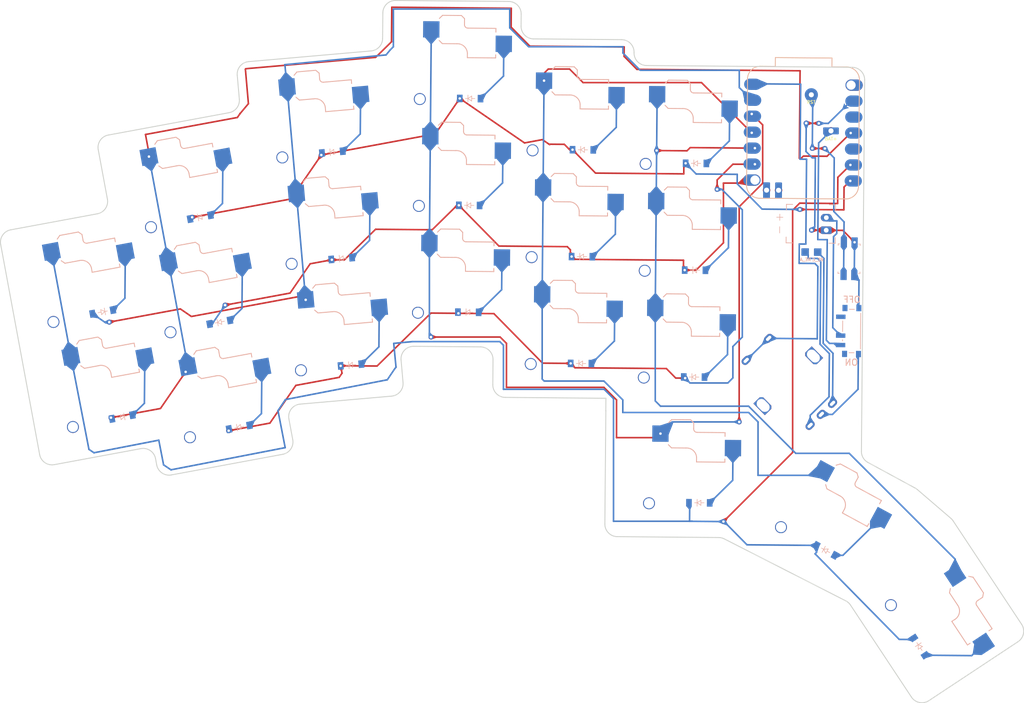
<source format=kicad_pcb>
(kicad_pcb (version 20241229) (generator "pcbnew") (generator_version "9.0")
  (title_block (title "left") (date "2025-12-23") (rev "v1.0.0") (company "Unknown"))
  (layers (0 "F.Cu" signal) (2 "B.Cu" signal) (13 "F.Paste" user) (15 "B.Paste" user) (5 "F.SilkS" user "F.Silkscreen") (7 "B.SilkS" user "B.Silkscreen") (1 "F.Mask" user) (3 "B.Mask" user) (25 "Edge.Cuts" user))
  (net 0 "")
  (net 1 "P0")
  (net 2 "pinky_bottom")
  (net 3 "GND")
  (net 4 "pinky_home")
  (net 5 "pinky_top")
  (net 6 "P1")
  (net 7 "ring_bottom")
  (net 8 "ring_home")
  (net 9 "ring_top")
  (net 10 "P2")
  (net 11 "middle_bottom")
  (net 12 "middle_home")
  (net 13 "middle_top")
  (net 14 "P3")
  (net 15 "index_bottom")
  (net 16 "index_home")
  (net 17 "index_top")
  (net 18 "P4")
  (net 19 "inner_bottom")
  (net 20 "inner_home")
  (net 21 "inner_top")
  (net 22 "near_thumb")
  (net 23 "home_thumb")
  (net 24 "far_thumb")
  (net 25 "P8")
  (net 26 "pinky2_extra1")
  (net 27 "pinky2_extra2")
  (net 28 "P5")
  (net 29 "P6")
  (net 30 "P7")
  (net 31 "RST")
  (net 32 "BAT_P")
  (net 33 "RAW")
  (net 34 "RE_A")
  (net 35 "RE_C")
  (net 36 "P10")
  (footprint "ceoloide:rotary_encoder_ec11_ec12" (layer "F.Cu") (at 171.80641 73.948598 44.5)
    (property "Reference" "RE1" (hide yes))
    (property "Value" "")
  )
  (footprint "temp:xiao-pogo-rev" (layer "F.Cu") (at 174.151037 34.467557 -0.5)
    (property "Reference" "U?" (hide yes))
    (property "Value" "xiao-ble-thruhole" (hide yes))
  )
  (footprint "ceoloide:switch_choc_v1_v2" (layer "B.Cu") (at 97.375322 49.78376 5)
    (property "Reference" "S5" (hide yes))
    (property "Value" "")
  )
  (footprint "ceoloide:switch_choc_v1_v2" (layer "B.Cu") (at 135.901032 66.176792 -0.5)
    (property "Reference" "S10" (hide yes))
    (property "Value" "")
  )
  (footprint "ceoloide:diode_tht_sod123" (layer "B.Cu") (at 157.135847 39.361081 -0.5)
    (property "Reference" "D15" (hide yes))
    (property "Value" "")
  )
  (footprint "ceoloide:switch_choc_v1_v2" (layer "B.Cu") (at 74.458461 43.539572 10.5)
    (property "Reference" "S3" (hide yes))
    (property "Value" "")
  )
  (footprint "ceoloide:diode_tht_sod123" (layer "B.Cu") (at 157.664579 93.367753 -0.5)
    (property "Reference" "D16" (hide yes))
    (property "Value" "")
  )
  (footprint "ceoloide:switch_choc_v1_v2" (layer "B.Cu") (at 195.181526 110.984676 -56.5)
    (property "Reference" "S18" (hide yes))
    (property "Value" "")
  )
  (footprint "ceoloide:switch_choc_v1_v2" (layer "B.Cu") (at 153.882898 68.333798 -0.5)
    (property "Reference" "S13" (hide yes))
    (property "Value" "")
  )
  (footprint "ceoloide:switch_choc_v1_v2" (layer "B.Cu") (at 154.708324 88.341764 -0.5)
    (property "Reference" "S16" (hide yes))
    (property "Value" "")
  )
  (footprint "ceoloide:switch_choc_v1_v2" (layer "B.Cu") (at 62.044706 75.334212 10.5)
    (property "Reference" "S19" (hide yes))
    (property "Value" "")
  )
  (footprint "ceoloide:switch_choc_v1_v2" (layer "B.Cu") (at 118.268229 24.021311 -0.5)
    (property "Reference" "S9" (hide yes))
    (property "Value" "")
  )
  (footprint "ceoloide:switch_choc_v1_v2" (layer "B.Cu") (at 177.500002 95.110671 -28.5)
    (property "Reference" "S17" (hide yes))
    (property "Value" "")
  )
  (footprint "ceoloide:diode_tht_sod123" (layer "B.Cu") (at 65.905645 79.703778 10.5)
    (property "Reference" "D19" (hide yes))
    (property "Value" "")
  )
  (footprint "ceoloide:diode_tht_sod123" (layer "B.Cu") (at 192.667911 116.246017 -56.5)
    (property "Reference" "D18" (hide yes))
    (property "Value" "")
  )
  (footprint "ceoloide:switch_choc_v1_v2" (layer "B.Cu") (at 136.049383 49.177443 -0.5)
    (property "Reference" "S11" (hide yes))
    (property "Value" "")
  )
  (footprint "ceoloide:switch_choc_v1_v2" (layer "B.Cu") (at 80.654464 76.970246 10.5)
    (property "Reference" "S1" (hide yes))
    (property "Value" "")
  )
  (footprint "ceoloide:switch_choc_v1_v2" (layer "B.Cu") (at 154.03124 51.334441 -0.5)
    (property "Reference" "S14" (hide yes))
    (property "Value" "")
  )
  (footprint "ceoloide:diode_tht_sod123" (layer "B.Cu") (at 78.319402 47.909147 10.5)
    (property "Reference" "D3" (hide yes))
    (property "Value" "")
  )
  (footprint "ceoloide:switch_choc_v1_v2" (layer "B.Cu") (at 58.946698 58.618875 10.5)
    (property "Reference" "S20" (hide yes))
    (property "Value" "")
  )
  (footprint "ceoloide:diode_tht_sod123" (layer "B.Cu") (at 121.224481 29.047306 -0.5)
    (property "Reference" "D9" (hide yes))
    (property "Value" "")
  )
  (footprint "ceoloide:diode_tht_sod123" (layer "B.Cu") (at 102.281326 71.43857 5)
    (property "Reference" "D4" (hide yes))
    (property "Value" "")
  )
  (footprint "ceoloide:diode_tht_sod123" (layer "B.Cu") (at 156.839144 73.359785 -0.5)
    (property "Reference" "D13" (hide yes))
    (property "Value" "")
  )
  (footprint "ceoloide:switch_choc_v1_v2" (layer "B.Cu") (at 95.893673 32.848449 5)
    (property "Reference" "S6" (hide yes))
    (property "Value" "")
  )
  (footprint "ceoloide:switch_choc_v1_v2" (layer "B.Cu") (at 77.556469 60.254908 10.5)
    (property "Reference" "S2" (hide yes))
    (property "Value" "")
  )
  (footprint "ceoloide:diode_tht_sod123" (layer "B.Cu") (at 99.318036 37.567951 5)
    (property "Reference" "D6" (hide yes))
    (property "Value" "")
  )
  (footprint "ceoloide:diode_tht_sod123" (layer "B.Cu") (at 81.417409 64.624477 10.5)
    (property "Reference" "D2" (hide yes))
    (property "Value" "")
  )
  (footprint "ceoloide:diode_tht_sod123" (layer "B.Cu") (at 84.515409 81.339815 10.5)
    (property "Reference" "D1" (hide yes))
    (property "Value" "")
  )
  (footprint "ceoloide:power_switch_smd_side" (layer "B.Cu") (at 181.87584 66.036164 -0.5)
    (property "Reference" "PWR1" (hide yes))
    (property "Value" "")
  )
  (footprint "ceoloide:battery_connector_jst_ph_2" (layer "B.Cu") (at 177.849349 49.000378 -90.5)
    (property "Reference" "JST1" (hide yes))
    (property "Value" "")
  )
  (footprint "ceoloide:switch_choc_v1_v2" (layer "B.Cu") (at 154.179599 34.335091 -0.5)
    (property "Reference" "S15" (hide yes))
    (property "Value" "")
  )
  (footprint "ceoloide:diode_tht_sod123" (layer "B.Cu") (at 100.799679 54.503262 5)
    (property "Reference" "D5" (hide yes))
    (property "Value" "")
  )
  (footprint "ceoloide:diode_tht_sod123" (layer "B.Cu") (at 156.987499 56.360431 -0.5)
    (property "Reference" "D14" (hide yes))
    (property "Value" "")
  )
  (footprint "ceoloide:diode_tht_sod123" (layer "B.Cu") (at 139.153987 37.204074 -0.5)
    (property "Reference" "D12" (hide yes))
    (property "Value" "")
  )
  (footprint "ceoloide:diode_tht_sod123" (layer "B.Cu") (at 139.005636 54.203427 -0.5)
    (property "Reference" "D11" (hide yes))
    (property "Value" "")
  )
  (footprint "ceoloide:diode_tht_sod123" (layer "B.Cu") (at 62.807641 62.988446 10.5)
    (property "Reference" "D20" (hide yes))
    (property "Value" "")
  )
  (footprint "ceoloide:switch_choc_v1_v2" (layer "B.Cu") (at 117.971526 58.020017 -0.5)
    (property "Reference" "S7" (hide yes))
    (property "Value" "")
  )
  (footprint "ceoloide:reset_switch_smd_side" (layer "B.Cu") (at 181.476216 54.532241 -90.5)
    (property "Reference" "RST1" (hide yes))
    (property "Value" "")
  )
  (footprint "ceoloide:switch_choc_v1_v2" (layer "B.Cu") (at 98.856965 66.719072 5)
    (property "Reference" "S4" (hide yes))
    (property "Value" "")
  )
  (footprint "ceoloide:switch_choc_v1_v2" (layer "B.Cu") (at 118.119881 41.020671 -0.5)
    (property "Reference" "S8" (hide yes))
    (property "Value" "")
  )
  (footprint "ceoloide:diode_tht_sod123" (layer "B.Cu") (at 138.857286 71.202778 -0.5)
    (property "Reference" "D10" (hide yes))
    (property "Value" "")
  )
  (footprint "ceoloide:switch_choc_v1_v2" (layer "B.Cu") (at 136.197736 32.178086 -0.5)
    (property "Reference" "S12" (hide yes))
    (property "Value" "")
  )
  (footprint "ceoloide:diode_tht_sod123" (layer "B.Cu") (at 120.927784 63.046003 -0.5)
    (property "Reference" "D7" (hide yes))
    (property "Value" "")
  )
  (footprint "ceoloide:diode_tht_sod123" (layer "B.Cu") (at 121.076128 46.046655 -0.5)
    (property "Reference" "D8" (hide yes))
    (property "Value" "")
  )
  (footprint "ceoloide:diode_tht_sod123" (layer "B.Cu") (at 177.750659 100.936232 -28.5)
    (property "Reference" "D17" (hide yes))
    (property "Value" "")
  )
  (gr_poly (pts (xy 175.989518 52.984302) (xy 176.989479 52.993028) (xy 176.980749 53.992993) (xy 175.980784 53.984265)) (stroke (width 0.2)) (fill yes) (layers "B.Cu" "B.Mask") (net 35))
  (gr_poly (pts (xy 173.989593 52.966852) (xy 174.989555 52.97558) (xy 174.980825 53.975537) (xy 173.980868 53.966812)) (stroke (width 0.2)) (fill yes) (layers "B.Cu" "B.Mask") (net 34))
  (gr_arc (start 126.809746 76.597855) (mid 125.400752 75.999716) (end 124.827275 74.580477) (stroke (width 0.15)) (layer "Edge.Cuts"))
  (gr_arc (start 84.194701 25.339504) (mid 84.655006 23.879617) (end 86.012786 23.172808) (stroke (width 0.15)) (layer "Edge.Cuts"))
  (gr_line (start 180.945397 108.968685) (end 161.636557 99.113382) (stroke (width 0.15)) (layer "Edge.Cuts"))
  (gr_line (start 183.437017 85.178962) (end 183.952643 26.094591) (stroke (width 0.15)) (layer "Edge.Cuts"))
  (gr_arc (start 160.744788 98.894836) (mid 161.203382 98.952248) (end 161.636557 99.113382) (stroke (width 0.15)) (layer "Edge.Cuts"))
  (gr_line (start 94.199878 77.666619) (end 108.737854 76.39471) (stroke (width 0.15)) (layer "Edge.Cuts"))
  (gr_arc (start 131.307691 19.555931) (mid 129.898678 18.957808) (end 129.325221 17.538558) (stroke (width 0.15)) (layer "Edge.Cuts"))
  (gr_arc (start 62.093655 37.186499) (mid 62.4119 35.689214) (end 63.69569 34.855517) (stroke (width 0.15)) (layer "Edge.Cuts"))
  (gr_line (start 73.718651 88.934537) (end 91.417236 85.6543) (stroke (width 0.15)) (layer "Edge.Cuts"))
  (gr_arc (start 145.307167 19.678104) (mid 146.716225 20.276187) (end 147.289626 21.695481) (stroke (width 0.15)) (layer "Edge.Cuts"))
  (gr_line (start 127.359517 13.600255) (end 109.360206 13.443181) (stroke (width 0.15)) (layer "Edge.Cuts"))
  (gr_arc (start 127.359517 13.600255) (mid 128.768532 14.198382) (end 129.341991 15.617634) (stroke (width 0.15)) (layer "Edge.Cuts"))
  (gr_line (start 142.801683 78.737487) (end 142.644599 96.736806) (stroke (width 0.15)) (layer "Edge.Cuts"))
  (gr_arc (start 191.990078 91.030262) (mid 192.170741 91.141149) (end 192.338666 91.270518) (stroke (width 0.15)) (layer "Edge.Cuts"))
  (gr_line (start 124.862187 70.580624) (end 124.827275 74.580477) (stroke (width 0.15)) (layer "Edge.Cuts"))
  (gr_line (start 191.990078 91.030262) (end 184.482628 86.954047) (stroke (width 0.15)) (layer "Edge.Cuts"))
  (gr_line (start 126.809746 76.597855) (end 142.809141 76.737482) (stroke (width 0.15)) (layer "Edge.Cuts"))
  (gr_line (start 208.904761 112.694314) (end 198.019673 96.248743) (stroke (width 0.15)) (layer "Edge.Cuts"))
  (gr_line (start 63.69569 34.855517) (end 82.900619 31.296096) (stroke (width 0.15)) (layer "Edge.Cuts"))
  (gr_arc (start 55.108876 87.298507) (mid 53.611629 86.980207) (end 52.7779 85.696465) (stroke (width 0.15)) (layer "Edge.Cuts"))
  (gr_line (start 71.205425 86.349248) (end 71.387663 87.332503) (stroke (width 0.15)) (layer "Edge.Cuts"))
  (gr_line (start 110.555928 74.228006) (end 110.242432 70.644745) (stroke (width 0.15)) (layer "Edge.Cuts"))
  (gr_arc (start 184.482628 86.954047) (mid 183.713702 86.211479) (end 183.437017 85.178962) (stroke (width 0.15)) (layer "Edge.Cuts"))
  (gr_line (start 112.252276 68.470504) (end 122.879705 68.563254) (stroke (width 0.15)) (layer "Edge.Cuts"))
  (gr_line (start 194.164807 124.848885) (end 208.340864 115.465956) (stroke (width 0.15)) (layer "Edge.Cuts"))
  (gr_line (start 61.9495 47.383519) (end 48.183936 49.934822) (stroke (width 0.15)) (layer "Edge.Cuts"))
  (gr_arc (start 84.528541 29.155282) (mid 84.128118 30.540141) (end 82.900619 31.296096) (stroke (width 0.15)) (layer "Edge.Cuts"))
  (gr_arc (start 180.945397 108.968685) (mid 181.368441 109.258432) (end 181.703953 109.646189) (stroke (width 0.15)) (layer "Edge.Cuts"))
  (gr_line (start 107.342827 15.425644) (end 107.30732 19.494557) (stroke (width 0.15)) (layer "Edge.Cuts"))
  (gr_line (start 144.627076 98.754181) (end 160.744788 98.894836) (stroke (width 0.15)) (layer "Edge.Cuts"))
  (gr_arc (start 46.581891 52.265801) (mid 46.900139 50.768519) (end 48.183936 49.934822) (stroke (width 0.15)) (layer "Edge.Cuts"))
  (gr_arc (start 93.019275 83.323314) (mid 92.701027 84.820622) (end 91.417236 85.6543) (stroke (width 0.15)) (layer "Edge.Cuts"))
  (gr_arc (start 110.555928 74.228006) (mid 110.09566 75.687926) (end 108.737854 76.39471) (stroke (width 0.15)) (layer "Edge.Cuts"))
  (gr_arc (start 181.970163 24.077217) (mid 183.379225 24.675321) (end 183.952643 26.094591) (stroke (width 0.15)) (layer "Edge.Cuts"))
  (gr_line (start 142.791683 78.7374) (end 142.801683 78.737487) (stroke (width 0.15)) (layer "Edge.Cuts"))
  (gr_arc (start 73.718651 88.934537) (mid 72.221336 88.616316) (end 71.387663 87.332503) (stroke (width 0.15)) (layer "Edge.Cuts"))
  (gr_line (start 147.289626 21.695481) (end 147.288942 21.77448) (stroke (width 0.15)) (layer "Edge.Cuts"))
  (gr_arc (start 110.242432 70.644745) (mid 110.7662 69.112851) (end 112.252276 68.470504) (stroke (width 0.15)) (layer "Edge.Cuts"))
  (gr_arc (start 194.164807 124.848885) (mid 192.662178 125.140967) (end 191.393154 124.284988) (stroke (width 0.15)) (layer "Edge.Cuts"))
  (gr_line (start 93.019275 83.323314) (end 92.407688 80.023473) (stroke (width 0.15)) (layer "Edge.Cuts"))
  (gr_line (start 84.194701 25.339504) (end 84.528541 29.155282) (stroke (width 0.15)) (layer "Edge.Cuts"))
  (gr_line (start 62.093655 37.186499) (end 63.551533 45.052541) (stroke (width 0.15)) (layer "Edge.Cuts"))
  (gr_line (start 46.581891 52.265801) (end 52.777902 85.696462) (stroke (width 0.15)) (layer "Edge.Cuts"))
  (gr_line (start 86.012786 23.172808) (end 105.48171 21.469496) (stroke (width 0.15)) (layer "Edge.Cuts"))
  (gr_line (start 145.307167 19.678104) (end 131.307691 19.555931) (stroke (width 0.15)) (layer "Edge.Cuts"))
  (gr_line (start 149.271418 23.791859) (end 181.970163 24.077217) (stroke (width 0.15)) (layer "Edge.Cuts"))
  (gr_line (start 181.703953 109.646189) (end 191.393154 124.284988) (stroke (width 0.15)) (layer "Edge.Cuts"))
  (gr_line (start 55.108876 87.298507) (end 68.874449 84.747208) (stroke (width 0.15)) (layer "Edge.Cuts"))
  (gr_arc (start 149.271418 23.791859) (mid 147.862376 23.193745) (end 147.288942 21.77448) (stroke (width 0.15)) (layer "Edge.Cuts"))
  (gr_arc (start 92.407688 80.023473) (mid 92.78219 78.448416) (end 94.199878 77.666619) (stroke (width 0.15)) (layer "Edge.Cuts"))
  (gr_arc (start 144.627076 98.754181) (mid 143.218054 98.156055) (end 142.644599 96.736806) (stroke (width 0.15)) (layer "Edge.Cuts"))
  (gr_line (start 142.809141 76.737482) (end 142.791683 78.7374) (stroke (width 0.15)) (layer "Edge.Cuts"))
  (gr_arc (start 208.904761 112.694314) (mid 209.196849 114.196927) (end 208.340864 115.465956) (stroke (width 0.15)) (layer "Edge.Cuts"))
  (gr_arc (start 107.342827 15.425644) (mid 107.940902 14.016551) (end 109.360206 13.443181) (stroke (width 0.15)) (layer "Edge.Cuts"))
  (gr_line (start 129.325221 17.538558) (end 129.341991 15.617634) (stroke (width 0.15)) (layer "Edge.Cuts"))
  (gr_arc (start 68.874449 84.747208) (mid 70.371739 85.065472) (end 71.205425 86.349248) (stroke (width 0.15)) (layer "Edge.Cuts"))
  (gr_arc (start 63.551533 45.052541) (mid 63.233297 46.549834) (end 61.9495 47.383519) (stroke (width 0.15)) (layer "Edge.Cuts"))
  (gr_arc (start 197.654807 95.835236) (mid 197.851568 96.029347) (end 198.019673 96.248743) (stroke (width 0.15)) (layer "Edge.Cuts"))
  (gr_arc (start 107.30732 19.494557) (mid 106.776011 20.834673) (end 105.48171 21.469496) (stroke (width 0.15)) (layer "Edge.Cuts"))
  (gr_arc (start 122.879705 68.563254) (mid 124.288753 69.161345) (end 124.862187 70.580624) (stroke (width 0.15)) (layer "Edge.Cuts"))
  (gr_line (start 192.338666 91.270518) (end 197.654807 95.835236) (stroke (width 0.15)) (layer "Edge.Cuts"))
  (gr_text "RE_A" (at 175.472084 54.979859 359.5) (layer "B.SilkS") (effects (font (size 0.5 0.5) (thickness 0.1) (bold yes)) (justify left bottom mirror)))
  (gr_text "RE_C" (at 177.472004 54.997314 359.5) (layer "B.SilkS") (effects (font (size 0.5 0.5) (thickness 0.1) (bold yes)) (justify left bottom mirror)))
  (segment (start 181.731445 34.533704) (end 177.969132 38.230926) (width 0.25) (layer "F.Cu") (net 1))
  (segment (start 64.119987 79.823291) (end 71.986029 78.365406) (width 0.25) (layer "F.Cu") (net 1))
  (segment (start 173.683017 24.629917) (end 147.730844 24.403434) (width 0.25) (layer "F.Cu") (net 1))
  (segment (start 128.237518 18.186254) (end 127.741901 17.681907) (width 0.25) (layer "F.Cu") (net 1))
  (segment (start 127.768077 14.68202) (end 108.768801 14.516218) (width 0.25) (layer "F.Cu") (net 1))
  (segment (start 130.715604 20.707974) (end 128.237518 18.186254) (width 0.25) (layer "F.Cu") (net 1))
  (segment (start 84.216756 32.05894) (end 69.606655 34.766765) (width 0.25) (layer "F.Cu") (net 1))
  (segment (start 69.606655 34.766765) (end 70.236633 38.165799) (width 0.25) (layer "F.Cu") (net 1))
  (segment (start 85.562323 24.299583) (end 85.491161 24.384391) (width 0.25) (layer "F.Cu") (net 1))
  (segment (start 108.768801 14.516218) (end 108.720804 20.016013) (width 0.25) (layer "F.Cu") (net 1))
  (segment (start 145.701943 22.338814) (end 145.715031 20.838871) (width 0.25) (layer "F.Cu") (net 1))
  (segment (start 177.969132 38.230926) (end 174.22013 38.198208) (width 0.25) (layer "F.Cu") (net 1))
  (segment (start 84.681697 31.39942) (end 84.668332 31.401896) (width 0.25) (layer "F.Cu") (net 1))
  (segment (start 70.236633 38.165799) (end 70.154 38.286037) (width 0.25) (layer "F.Cu") (net 1))
  (segment (start 106.199083 22.494098) (end 85.562323 24.299583) (width 0.25) (layer "F.Cu") (net 1))
  (segment (start 84.668332 31.401896) (end 84.617267 31.476192) (width 0.25) (layer "F.Cu") (net 1))
  (segment (start 147.730844 24.403434) (end 145.701943 22.338814) (width 0.25) (layer "F.Cu") (net 1))
  (segment (start 174.22013 38.198208) (end 173.71579 38.693824) (width 0.25) (layer "F.Cu") (net 1))
  (segment (start 85.97052 29.863457) (end 84.681697 31.39942) (width 0.25) (layer "F.Cu") (net 1))
  (segment (start 127.741901 17.681907) (end 127.768077 14.68202) (width 0.25) (layer "F.Cu") (net 1))
  (segment (start 173.56165 38.536969) (end 173.683017 24.629917) (width 0.25) (layer "F.Cu") (net 1))
  (segment (start 84.617267 31.476192) (end 84.216756 32.05894) (width 0.25) (layer "F.Cu") (net 1))
  (segment (start 71.986029 78.365406) (end 75.991127 72.537959) (width 0.25) (layer "F.Cu") (net 1))
  (segment (start 85.491161 24.384391) (end 85.97052 29.863457) (width 0.25) (layer "F.Cu") (net 1))
  (segment (start 145.715031 20.838871) (end 130.715604 20.707974) (width 0.25) (layer "F.Cu") (net 1))
  (segment (start 84.617267 31.476192) (end 84.606954 31.488483) (width 0.25) (layer "F.Cu") (net 1))
  (segment (start 108.720804 20.016013) (end 106.199083 22.494098) (width 0.25) (layer "F.Cu") (net 1))
  (segment (start 173.71579 38.693824) (end 173.56165 38.536969) (width 0.25) (layer "F.Cu") (net 1))
  (via (at 64.119987 79.823291) (size 0.8) (drill 0.4) (layers "F.Cu" "B.Cu") (net 1))
  (via (at 181.731445 34.533704) (size 0.8) (drill 0.4) (layers "F.Cu" "B.Cu") (net 1))
  (via (at 75.991127 72.537959) (size 0.8) (drill 0.4) (layers "F.Cu" "B.Cu") (net 1))
  (via (at 70.154 38.286037) (size 0.8) (drill 0.4) (layers "F.Cu" "B.Cu") (net 1))
  (segment (start 73.252005 55.001365) (end 73.252001 55.001366) (width 0.25) (layer "B.Cu") (net 1))
  (segment (start 70.153995 38.286035) (end 73.252005 55.001365) (width 0.25) (layer "B.Cu") (net 1))
  (segment (start 73.251999 55.001369) (end 73.252001 55.001366) (width 0.25) (layer "B.Cu") (net 1))
  (segment (start 181.731448 34.533707) (end 181.731445 34.533704) (width 0.25) (layer "B.Cu") (net 1))
  (segment (start 181.731448 34.533714) (end 181.731448 34.533707) (width 0.25) (layer "B.Cu") (net 1))
  (segment (start 64.283273 80.004463) (end 64.268629 79.925452) (width 0.25) (layer "B.Cu") (net 1))
  (segment (start 64.268629 79.925452) (end 64.119987 79.823291) (width 0.25) (layer "B.Cu") (net 1))
  (segment (start 76.35001 71.716702) (end 73.251999 55.001369) (width 0.25) (layer "B.Cu") (net 1))
  (segment (start 88.043009 79.166862) (end 86.137785 81.039121) (width 0.25) (layer "B.Cu") (net 2))
  (segment (start 88.107515 71.775034) (end 88.043009 79.166862) (width 0.25) (layer "B.Cu") (net 2))
  (segment (start 180.490523 50.023467) (end 177.840621 50.000349) (width 0.25) (layer "F.Cu") (net 3))
  (segment (start 182.349088 51.914757) (end 180.490523 50.023467) (width 0.25) (layer "F.Cu") (net 3))
  (segment (start 175.515712 49.980048) (end 177.840621 50.000349) (width 0.25) (layer "F.Cu") (net 3))
  (segment (start 176.664027 32.989428) (end 174.664097 32.971972) (width 0.25) (layer "F.Cu") (net 3))
  (via (at 175.515712 49.980048) (size 0.8) (drill 0.4) (layers "F.Cu" "B.Cu") (net 3))
  (via (at 175.515712 49.980048) (size 0.8) (drill 0.4) (layers "F.Cu" "B.Cu") (net 3))
  (via (at 182.349088 51.914757) (size 0.8) (drill 0.4) (layers "F.Cu" "B.Cu") (net 3))
  (via (at 174.664097 32.971972) (size 0.8) (drill 0.4) (layers "F.Cu" "B.Cu") (net 3))
  (via (at 174.664097 32.971972) (size 0.8) (drill 0.4) (layers "F.Cu" "B.Cu") (net 3))
  (via (at 174.664097 32.971972) (size 0.8) (drill 0.4) (layers "F.Cu" "B.Cu") (net 3))
  (via (at 176.664027 32.989428) (size 0.8) (drill 0.4) (layers "F.Cu" "B.Cu") (net 3))
  (via (at 175.515712 49.980048) (size 0.8) (drill 0.4) (layers "F.Cu" "B.Cu") (net 3))
  (segment (start 182.898128 75.30888) (end 182.947112 69.695659) (width 0.25) (layer "B.Cu") (net 3))
  (segment (start 175.616073 38.480493) (end 176.116043 38.484851) (width 0.25) (layer "B.Cu") (net 3))
  (segment (start 177.063229 79.297978) (end 178.823169 79.313336) (width 0.25) (layer "B.Cu") (net 3))
  (segment (start 182.349088 51.914757) (end 182.303274 57.164557) (width 0.25) (layer "B.Cu") (net 3))
  (segment (start 176.116043 38.484851) (end 176.020061 49.484443) (width 0.25) (layer "B.Cu") (net 3))
  (segment (start 174.624833 37.471805) (end 175.616073 38.480493) (width 0.25) (layer "B.Cu") (net 3))
  (segment (start 178.164668 33.002524) (end 176.664027 32.989428) (width 0.25) (layer "B.Cu") (net 3))
  (segment (start 183.049845 57.924271) (end 183.010823 62.39593) (width 0.25) (layer "B.Cu") (net 3))
  (segment (start 174.664097 32.971972) (end 174.624833 37.471805) (width 0.25) (layer "B.Cu") (net 3))
  (segment (start 178.823169 79.313336) (end 182.898128 75.30888) (width 0.25) (layer "B.Cu") (net 3))
  (segment (start 176.020061 49.484443) (end 175.515712 49.980048) (width 0.25) (layer "B.Cu") (net 3))
  (segment (start 182.303274 57.164557) (end 183.049845 57.924271) (width 0.25) (layer "B.Cu") (net 3))
  (segment (start 181.775771 29.453903) (end 178.164668 33.002524) (width 0.25) (layer "B.Cu") (net 3))
  (segment (start 84.945006 62.451531) (end 83.039784 64.323791) (width 0.25) (layer "B.Cu") (net 4))
  (segment (start 85.009515 55.059705) (end 84.945006 62.451531) (width 0.25) (layer "B.Cu") (net 4))
  (segment (start 81.846996 45.736194) (end 79.94177 47.608462) (width 0.25) (layer "B.Cu") (net 5))
  (segment (start 81.911515 38.344375) (end 81.846996 45.736194) (width 0.25) (layer "B.Cu") (net 5))
  (segment (start 75.152022 62.523174) (end 76.900257 63.724702) (width 0.25) (layer "F.Cu") (net 6))
  (segment (start 63.844592 64.618879) (end 75.152022 62.523174) (width 0.25) (layer "F.Cu") (net 6))
  (segment (start 76.900257 63.724702) (end 94.249503 60.50921) (width 0.25) (layer "F.Cu") (net 6))
  (segment (start 94.249503 60.50921) (end 95.075851 61.077142) (width 0.25) (layer "F.Cu") (net 6))
  (via (at 95.075851 61.077142) (size 0.8) (drill 0.4) (layers "F.Cu" "B.Cu") (net 6))
  (via (at 63.844592 64.618879) (size 0.8) (drill 0.4) (layers "F.Cu" "B.Cu") (net 6))
  (segment (start 108.520771 21.303705) (end 107.85838 22.107249) (width 0.25) (layer "B.Cu") (net 6))
  (segment (start 109.020772 14.803704) (end 127.520769 14.803704) (width 0.25) (layer "B.Cu") (net 6))
  (segment (start 164.018651 27.301585) (end 164.018652 24.546581) (width 0.25) (layer "B.Cu") (net 6))
  (segment (start 93.594205 44.141831) (end 93.594205 44.141836) (width 0.25) (layer "B.Cu") (net 6))
  (segment (start 94.467225 42.962019) (end 93.594206 44.141835) (width 0.25) (layer "B.Cu") (net 6))
  (segment (start 95.075845 61.077145) (end 93.594201 44.141837) (width 0.25) (layer "B.Cu") (net 6))
  (segment (start 63.27395 64.724644) (end 63.844592 64.618879) (width 0.25) (layer "B.Cu") (net 6))
  (segment (start 61.185266 63.28913) (end 63.27395 64.724644) (width 0.25) (layer "B.Cu") (net 6))
  (segment (start 166.614957 29.3216) (end 166.038666 29.3216) (width 0.25) (layer "B.Cu") (net 6))
  (segment (start 130.52077 20.803704) (end 127.520772 17.803705) (width 0.25) (layer "B.Cu") (net 6))
  (segment (start 127.520769 14.803704) (end 127.52077 14.803705) (width 0.25) (layer "B.Cu") (net 6))
  (segment (start 92.112556 27.206523) (end 92.098552 27.741119) (width 0.25) (layer "B.Cu") (net 6))
  (segment (start 109.020772 14.803704) (end 109.020771 20.803705) (width 0.25) (layer "B.Cu") (net 6))
  (segment (start 107.85838 22.107249) (end 91.752283 23.658089) (width 0.25) (layer "B.Cu") (net 6))
  (segment (start 148.263648 24.54658) (end 145.520771 21.803705) (width 0.25) (layer "B.Cu") (net 6))
  (segment (start 145.52077 20.803705) (end 130.52077 20.803704) (width 0.25) (layer "B.Cu") (net 6))
  (segment (start 145.520771 21.803705) (end 145.52077 20.803705) (width 0.25) (layer "B.Cu") (net 6))
  (segment (start 91.772481 23.67474) (end 92.112554 27.206525) (width 0.25) (layer "B.Cu") (net 6))
  (segment (start 164.018652 24.546581) (end 148.263648 24.54658) (width 0.25) (layer "B.Cu") (net 6))
  (segment (start 109.020771 20.803705) (end 108.520771 21.303705) (width 0.25) (layer "B.Cu") (net 6))
  (segment (start 91.752283 23.658089) (end 91.772481 23.67474) (width 0.25) (layer "B.Cu") (net 6))
  (segment (start 92.098552 27.741119) (end 91.888309 27.940633) (width 0.25) (layer "B.Cu") (net 6))
  (segment (start 166.038666 29.3216) (end 164.018651 27.301585) (width 0.25) (layer "B.Cu") (net 6))
  (segment (start 127.520772 17.803705) (end 127.52077 14.803705) (width 0.25) (layer "B.Cu") (net 6))
  (segment (start 93.594201 44.141837) (end 93.594205 44.141836) (width 0.25) (layer "B.Cu") (net 6))
  (segment (start 92.112556 27.206523) (end 93.594205 44.141831) (width 0.25) (layer "B.Cu") (net 6))
  (segment (start 106.773643 62.262129) (end 106.769398 62.748346) (width 0.25) (layer "B.Cu") (net 7))
  (segment (start 106.769398 62.748346) (end 106.900512 62.881771) (width 0.25) (layer "B.Cu") (net 7))
  (segment (start 106.773643 62.262129) (end 106.71877 68.549382) (width 0.25) (layer "B.Cu") (net 7))
  (segment (start 106.71877 68.549382) (end 103.92505 71.294768) (width 0.25) (layer "B.Cu") (net 7))
  (segment (start 105.291995 45.326815) (end 105.237126 51.614069) (width 0.25) (layer "B.Cu") (net 8))
  (segment (start 105.237126 51.614069) (end 102.443399 54.359459) (width 0.25) (layer "B.Cu") (net 8))
  (segment (start 103.810348 28.391506) (end 103.755479 34.678767) (width 0.25) (layer "B.Cu") (net 9))
  (segment (start 103.755479 34.678767) (end 100.961765 37.424141) (width 0.25) (layer "B.Cu") (net 9))
  (segment (start 151.5 82.37804) (end 151.485374 82.363414) (width 0.25) (layer "F.Cu") (net 10))
  (segment (start 144.5 77) (end 144.5 83) (width 0.25) (layer "F.Cu") (net 10))
  (segment (start 151.5 82.5) (end 151.5 82.37804) (width 0.25) (layer "F.Cu") (net 10))
  (segment (start 125.993789 66.993789) (end 127 68) (width 0.25) (layer "F.Cu") (net 10))
  (segment (start 167.734512 33.234512) (end 166.361506 31.861506) (width 0.25) (layer "F.Cu") (net 10))
  (segment (start 115 66.993789) (end 125.993789 66.993789) (width 0.25) (layer "F.Cu") (net 10))
  (segment (start 164 46.265275) (end 167.734512 42.530763) (width 0.25) (layer "F.Cu") (net 10))
  (segment (start 166.361506 31.861506) (end 166 31.5) (width 0.25) (layer "F.Cu") (net 10))
  (segment (start 127 68) (end 127 75) (width 0.25) (layer "F.Cu") (net 10))
  (segment (start 127 75) (end 142.5 75) (width 0.25) (layer "F.Cu") (net 10))
  (segment (start 144.5 83) (end 151 83) (width 0.25) (layer "F.Cu") (net 10))
  (segment (start 164 80.5) (end 164 46.265275) (width 0.25) (layer "F.Cu") (net 10))
  (segment (start 142.5 75) (end 144.5 77) (width 0.25) (layer "F.Cu") (net 10))
  (segment (start 151 83) (end 151.5 82.5) (width 0.25) (layer "F.Cu") (net 10))
  (segment (start 167.734512 42.530763) (end 167.734512 33.234512) (width 0.25) (layer "F.Cu") (net 10))
  (via (at 115 66.993789) (size 0.8) (drill 0.4) (layers "F.Cu" "B.Cu") (net 10))
  (via (at 166 31.5) (size 0.8) (drill 0.4) (layers "F.Cu" "B.Cu") (net 10))
  (via (at 151.485374 82.363414) (size 0.8) (drill 0.4) (layers "F.Cu" "B.Cu") (net 10))
  (via (at 164 80.5) (size 0.8) (drill 0.4) (layers "F.Cu" "B.Cu") (net 10))
  (segment (start 115.045271 18.042964) (end 115.045274 18.042966) (width 0.25) (layer "B.Cu") (net 10))
  (segment (start 114.748576 66.742365) (end 115 66.993789) (width 0.25) (layer "B.Cu") (net 10))
  (segment (start 114.896931 35.042312) (end 114.74858 52.041666) (width 0.25) (layer "B.Cu") (net 10))
  (segment (start 166.592791 31.861506) (end 166.361506 31.861506) (width 0.25) (layer "B.Cu") (net 10))
  (segment (start 114.74858 52.041666) (end 114.74858 52.041666) (width 0.25) (layer "B.Cu") (net 10))
  (segment (start 153.348788 80.5) (end 164 80.5) (width 0.25) (layer "B.Cu") (net 10))
  (segment (start 115.045274 18.042966) (end 114.896931 35.042312) (width 0.25) (layer "B.Cu") (net 10))
  (segment (start 151.485374 82.363414) (end 153.348788 80.5) (width 0.25) (layer "B.Cu") (net 10))
  (segment (start 114.748576 52.041667) (end 114.748576 66.742365) (width 0.25) (layer "B.Cu") (net 10))
  (segment (start 126.278942 54.342374) (end 126.234215 59.46718) (width 0.25) (layer "B.Cu") (net 11))
  (segment (start 126.234215 59.46718) (end 122.57772 63.060408) (width 0.25) (layer "B.Cu") (net 11))
  (segment (start 126.382566 42.467826) (end 122.726074 46.061058) (width 0.25) (layer "B.Cu") (net 12))
  (segment (start 126.427288 37.343023) (end 126.382566 42.467826) (width 0.25) (layer "B.Cu") (net 12))
  (segment (start 126.530918 25.468473) (end 122.874429 29.061701) (width 0.25) (layer "B.Cu") (net 13))
  (segment (start 126.575635 20.343675) (end 126.530918 25.468473) (width 0.25) (layer "B.Cu") (net 13))
  (segment (start 133.647689 24.352311) (end 132.5 25.5) (width 0.25) (layer "F.Cu") (net 14))
  (segment (start 139.183731 26.509316) (end 137.026726 24.352311) (width 0.25) (layer "F.Cu") (net 14))
  (segment (start 132.5 25.5) (end 132.974786 25.974786) (width 0.25) (layer "F.Cu") (net 14))
  (segment (start 158.009316 26.509316) (end 139.183731 26.509316) (width 0.25) (layer "F.Cu") (net 14))
  (segment (start 137.026726 24.352311) (end 133.647689 24.352311) (width 0.25) (layer "F.Cu") (net 14))
  (segment (start 166 34.5) (end 158.009316 26.509316) (width 0.25) (layer "F.Cu") (net 14))
  (segment (start 132.974786 25.974786) (end 132.974786 26.199736) (width 0.25) (layer "F.Cu") (net 14))
  (via (at 132.974786 26.199736) (size 0.8) (drill 0.4) (layers "F.Cu" "B.Cu") (net 14))
  (via (at 166 34.5) (size 0.8) (drill 0.4) (layers "F.Cu" "B.Cu") (net 14))
  (segment (start 145.5 77) (end 145.5 79) (width 0.25) (layer "B.Cu") (net 14))
  (segment (start 142.5 74) (end 145.5 77) (width 0.25) (layer "B.Cu") (net 14))
  (segment (start 132.678082 60.198442) (end 132.826432 43.19908) (width 0.25) (layer "B.Cu") (net 14))
  (segment (start 132.678082 73.678082) (end 133 74) (width 0.25) (layer "B.Cu") (net 14))
  (segment (start 132.974782 26.199734) (end 132.826432 43.19908) (width 0.25) (layer "B.Cu") (net 14))
  (segment (start 167 80.5) (end 167 89) (width 0.25) (layer "B.Cu") (net 14))
  (segment (start 145.5 79) (end 165.5 79) (width 0.25) (layer "B.Cu") (net 14))
  (segment (start 166.0986 34.4014) (end 166 34.5) (width 0.25) (layer "B.Cu") (net 14))
  (segment (start 165.5 79) (end 167 80.5) (width 0.25) (layer "B.Cu") (net 14))
  (segment (start 176.779983 89) (end 177.460967 88.319016) (width 0.25) (layer "B.Cu") (net 14))
  (segment (start 132.678082 60.198442) (end 132.678082 73.678082) (width 0.25) (layer "B.Cu") (net 14))
  (segment (start 167 89) (end 176.779983 89) (width 0.25) (layer "B.Cu") (net 14))
  (segment (start 133 74) (end 142.5 74) (width 0.25) (layer "B.Cu") (net 14))
  (segment (start 166.570626 34.4014) (end 166.0986 34.4014) (width 0.25) (layer "B.Cu") (net 14))
  (segment (start 144.20844 62.49915) (end 144.163716 67.623954) (width 0.25) (layer "B.Cu") (net 15))
  (segment (start 144.163716 67.623954) (end 140.507226 71.217185) (width 0.25) (layer "B.Cu") (net 15))
  (segment (start 144.312071 50.624598) (end 140.655577 54.21783) (width 0.25) (layer "B.Cu") (net 16))
  (segment (start 144.356799 45.499797) (end 144.312071 50.624598) (width 0.25) (layer "B.Cu") (net 16))
  (segment (start 144.505148 28.500446) (end 144.460417 33.625245) (width 0.25) (layer "B.Cu") (net 17))
  (segment (start 144.460417 33.625245) (end 140.803916 37.218478) (width 0.25) (layer "B.Cu") (net 17))
  (segment (start 166.548461 36.941304) (end 166.5 36.940881) (width 0.25) (layer "F.Cu") (net 18))
  (segment (start 156.224026 36.8512) (end 155.703467 37.362755) (width 0.25) (layer "F.Cu") (net 18))
  (segment (start 166.5 36.940881) (end 156.224026 36.8512) (width 0.25) (layer "F.Cu") (net 18))
  (segment (start 155.703467 37.362755) (end 150.878418 37.320652) (width 0.25) (layer "F.Cu") (net 18))
  (via (at 166.5 36.940881) (size 0.8) (drill 0.4) (layers "F.Cu" "B.Cu") (net 18))
  (via (at 150.878418 37.320652) (size 0.8) (drill 0.4) (layers "F.Cu" "B.Cu") (net 18))
  (segment (start 181.5 85.5) (end 198.335551 102.335551) (width 0.25) (layer "B.Cu") (net 18))
  (segment (start 151.5 78) (end 165.5 78) (width 0.25) (layer "B.Cu") (net 18))
  (segment (start 198.335551 102.335551) (end 198.335551 104.969676) (width 0.25) (layer "B.Cu") (net 18))
  (segment (start 150.659943 62.35544) (end 150.808289 45.35609) (width 0.25) (layer "B.Cu") (net 18))
  (segment (start 150.956643 28.356735) (end 150.878418 37.320652) (width 0.25) (layer "B.Cu") (net 18))
  (segment (start 165.5 78) (end 173 85.5) (width 0.25) (layer "B.Cu") (net 18))
  (segment (start 166.548461 36.941304) (end 166.500423 36.941304) (width 0.25) (layer "B.Cu") (net 18))
  (segment (start 166.500423 36.941304) (end 166.5 36.940881) (width 0.25) (layer "B.Cu") (net 18))
  (segment (start 150.659948 77.159948) (end 151.5 78) (width 0.25) (layer "B.Cu") (net 18))
  (segment (start 150.878418 37.320652) (end 150.808289 45.35609) (width 0.25) (layer "B.Cu") (net 18))
  (segment (start 173 85.5) (end 181.5 85.5) (width 0.25) (layer "B.Cu") (net 18))
  (segment (start 150.659948 62.355448) (end 150.659948 77.159948) (width 0.25) (layer "B.Cu") (net 18))
  (segment (start 162.14558 69.780953) (end 158.489084 73.374184) (width 0.25) (layer "B.Cu") (net 19))
  (segment (start 162.190303 64.656155) (end 162.14558 69.780953) (width 0.25) (layer "B.Cu") (net 19))
  (segment (start 162.293934 52.781603) (end 158.637436 56.374836) (width 0.25) (layer "B.Cu") (net 20))
  (segment (start 162.338655 47.656804) (end 162.293934 52.781603) (width 0.25) (layer "B.Cu") (net 20))
  (segment (start 162.487006 30.657448) (end 162.442285 35.782249) (width 0.25) (layer "B.Cu") (net 21))
  (segment (start 162.442285 35.782249) (end 158.785788 39.37548) (width 0.25) (layer "B.Cu") (net 21))
  (segment (start 162.971004 89.788922) (end 159.314515 93.382151) (width 0.25) (layer "B.Cu") (net 22))
  (segment (start 163.015735 84.664117) (end 162.971004 89.788922) (width 0.25) (layer "B.Cu") (net 22))
  (segment (start 180.485263 101.734757) (end 179.200712 101.723546) (width 0.25) (layer "B.Cu") (net 23))
  (segment (start 186.56156 95.7636) (end 180.485263 101.734757) (width 0.25) (layer "B.Cu") (net 23))
  (segment (start 200.971804 117.68645) (end 193.578606 117.621928) (width 0.25) (layer "B.Cu") (net 24))
  (segment (start 202.875879 115.815318) (end 200.971804 117.68645) (width 0.25) (layer "B.Cu") (net 24))
  (segment (start 173.654699 45.693556) (end 173.61922 45.693556) (width 0.25) (layer "F.Cu") (net 25))
  (segment (start 181.687113 39.613512) (end 181.687116 39.613515) (width 0.25) (layer "F.Cu") (net 25))
  (segment (start 181.687111 39.613512) (end 179.690869 41.575219) (width 0.25) (layer "F.Cu") (net 25))
  (segment (start 172.5 85.359514) (end 161.5 96.359514) (width 0.25) (layer "F.Cu") (net 25))
  (segment (start 181.687111 39.613512) (end 181.687113 39.613512) (width 0.25) (layer "F.Cu") (net 25))
  (segment (start 173.61922 45.693556) (end 172.5 46.812776) (width 0.25) (layer "F.Cu") (net 25))
  (segment (start 172.5 46.812776) (end 172.5 85.359514) (width 0.25) (layer "F.Cu") (net 25))
  (segment (start 179.690869 41.575219) (end 179.654472 45.745913) (width 0.25) (layer "F.Cu") (net 25))
  (segment (start 179.654472 45.745913) (end 173.654699 45.693556) (width 0.25) (layer "F.Cu") (net 25))
  (via (at 181.687116 39.613515) (size 0.8) (drill 0.4) (layers "F.Cu" "B.Cu") (net 25))
  (via (at 161.5 96.359514) (size 0.8) (drill 0.4) (layers "F.Cu" "B.Cu") (net 25))
  (segment (start 91.85773 76.943357) (end 108.054578 73.79501) (width 0.25) (layer "B.Cu") (net 25))
  (segment (start 108.054578 73.79501) (end 109.240805 72.036353) (width 0.25) (layer "B.Cu") (net 25))
  (segment (start 144.020771 76.803704) (end 144.020771 96.303704) (width 0.25) (layer "B.Cu") (net 25))
  (segment (start 125.935855 67.718789) (end 126.520771 68.303704) (width 0.25) (layer "B.Cu") (net 25))
  (segment (start 71.720581 83.404415) (end 72.483816 87.330924) (width 0.25) (layer "B.Cu") (net 25))
  (segment (start 156.520771 96.31606) (end 156.110653 96.312481) (width 0.25) (layer "B.Cu") (net 25))
  (segment (start 54.642237 53.365331) (end 57.740238 70.08066) (width 0.25) (layer "B.Cu") (net 25))
  (segment (start 165.238475 100.052386) (end 161.61044 96.360478) (width 0.25) (layer "B.Cu") (net 25))
  (segment (start 57.740238 70.08066) (end 57.740237 70.080663) (width 0.25) (layer "B.Cu") (net 25))
  (segment (start 156.135407 93.476242) (end 156.014639 93.353354) (width 0.25) (layer "B.Cu") (net 25))
  (segment (start 91.816355 84.591774) (end 90.671502 78.702013) (width 0.25) (layer "B.Cu") (net 25))
  (segment (start 176.30061 100.148922) (end 165.238475 100.052386) (width 0.25) (layer "B.Cu") (net 25))
  (segment (start 189.447937 115.104115) (end 176.06626 101.486816) (width 0.25) (layer "B.Cu") (net 25))
  (segment (start 191.756672 114.9314) (end 191.947845 115.125929) (width 0.25) (layer "B.Cu") (net 25))
  (segment (start 61.413494 85.40791) (end 71.720581 83.404415) (width 0.25) (layer "B.Cu") (net 25))
  (segment (start 109.074185 68.006327) (end 112.060374 67.718789) (width 0.25) (layer "B.Cu") (net 25))
  (segment (start 72.483816 87.330924) (end 73.656251 88.121741) (width 0.25) (layer "B.Cu") (net 25))
  (segment (start 191.757211 114.87011) (end 191.756672 114.9314) (width 0.25) (layer "B.Cu") (net 25))
  (segment (start 109.240805 72.036353) (end 109.439074 71.795834) (width 0.25) (layer "B.Cu") (net 25))
  (segment (start 156.508417 96.303705) (end 156.520771 96.31606) (width 0.25) (layer "B.Cu") (net 25))
  (segment (start 191.947845 115.125929) (end 189.447937 115.104115) (width 0.25) (layer "B.Cu") (net 25))
  (segment (start 126.520771 68.303704) (end 126.520771 75.303705) (width 0.25) (layer "B.Cu") (net 25))
  (segment (start 73.656251 88.121741) (end 91.816355 84.591774) (width 0.25) (layer "B.Cu") (net 25))
  (segment (start 60.61485 84.869216) (end 61.413494 85.40791) (width 0.25) (layer "B.Cu") (net 25))
  (segment (start 112.060374 67.718789) (end 125.935855 67.718789) (width 0.25) (layer "B.Cu") (net 25))
  (segment (start 156.110653 96.312481) (end 156.135407 93.476242) (width 0.25) (layer "B.Cu") (net 25))
  (segment (start 161.61044 96.360478) (end 161.5 96.359514) (width 0.25) (layer "B.Cu") (net 25))
  (segment (start 142.52077 75.303705) (end 144.020771 76.803704) (width 0.25) (layer "B.Cu") (net 25))
  (segment (start 126.520771 75.303705) (end 142.52077 75.303705) (width 0.25) (layer "B.Cu") (net 25))
  (segment (start 144.020771 96.303704) (end 156.508417 96.303705) (width 0.25) (layer "B.Cu") (net 25))
  (segment (start 109.439074 71.795834) (end 109.074185 68.006327) (width 0.25) (layer "B.Cu") (net 25))
  (segment (start 176.06626 101.486816) (end 176.290863 101.266099) (width 0.25) (layer "B.Cu") (net 25))
  (segment (start 176.290863 101.266099) (end 176.30061 100.148922) (width 0.25) (layer "B.Cu") (net 25))
  (segment (start 161.5 96.359514) (end 156.520771 96.31606) (width 0.25) (layer "B.Cu") (net 25))
  (segment (start 90.671502 78.702013) (end 91.85773 76.943357) (width 0.25) (layer "B.Cu") (net 25))
  (segment (start 57.740247 70.080668) (end 60.61485 84.869216) (width 0.25) (layer "B.Cu") (net 25))
  (segment (start 69.433249 77.530825) (end 67.528014 79.403089) (width 0.25) (layer "B.Cu") (net 26))
  (segment (start 69.497748 70.139009) (end 69.433249 77.530825) (width 0.25) (layer "B.Cu") (net 26))
  (segment (start 66.399753 53.423674) (end 66.335238 60.815493) (width 0.25) (layer "B.Cu") (net 27))
  (segment (start 66.335238 60.815493) (end 64.430003 62.687757) (width 0.25) (layer "B.Cu") (net 27))
  (segment (start 82.835264 81.902401) (end 89.390277 80.687501) (width 0.25) (layer "F.Cu") (net 28))
  (segment (start 93.514474 74.686756) (end 100.397257 73.411103) (width 0.25) (layer "F.Cu") (net 28))
  (segment (start 114.999854 63.182368) (end 106.426005 71.607871) (width 0.25) (layer "F.Cu") (net 28))
  (segment (start 132.742918 71.14942) (end 124.999474 63.269634) (width 0.25) (layer "F.Cu") (net 28))
  (segment (start 163 39.5) (end 160.5 42) (width 0.25) (layer "F.Cu") (net 28))
  (segment (start 89.390277 80.687501) (end 93.514474 74.686756) (width 0.25) (layer "F.Cu") (net 28))
  (segment (start 153.911102 73.522329) (end 152.424248 72.009292) (width 0.25) (layer "F.Cu") (net 28))
  (segment (start 160.5 42) (end 160.5 43.5) (width 0.25) (layer "F.Cu") (net 28))
  (segment (start 106.426005 71.607871) (end 100.662842 71.557574) (width 0.25) (layer "F.Cu") (net 28))
  (segment (start 166.5 39.5) (end 163 39.5) (width 0.25) (layer "F.Cu") (net 28))
  (segment (start 152.424248 72.009292) (end 137.8894 71.882449) (width 0.25) (layer "F.Cu") (net 28))
  (segment (start 155.411042 73.535416) (end 153.911102 73.522329) (width 0.25) (layer "F.Cu") (net 28))
  (segment (start 137.20735 71.188387) (end 132.742918 71.14942) (width 0.25) (layer "F.Cu") (net 28))
  (segment (start 124.999474 63.269634) (end 114.999854 63.182368) (width 0.25) (layer "F.Cu") (net 28))
  (segment (start 137.8894 71.882449) (end 137.20735 71.188387) (width 0.25) (layer "F.Cu") (net 28))
  (segment (start 100.397257 73.411103) (end 100.853499 72.747266) (width 0.25) (layer "F.Cu") (net 28))
  (segment (start 100.662842 71.557574) (end 100.637605 71.58238) (width 0.25) (layer "F.Cu") (net 28))
  (segment (start 100.853499 72.747266) (end 100.637605 71.58238) (width 0.25) (layer "F.Cu") (net 28))
  (via (at 100.637605 71.58238) (size 0.8) (drill 0.4) (layers "F.Cu" "B.Cu") (net 28))
  (via (at 137.20735 71.188387) (size 0.8) (drill 0.4) (layers "F.Cu" "B.Cu") (net 28))
  (via (at 119.357641 63.220404) (size 0.8) (drill 0.4) (layers "F.Cu" "B.Cu") (net 28))
  (via (at 166.5 39.5) (size 0.8) (drill 0.4) (layers "F.Cu" "B.Cu") (net 28))
  (via (at 160.5 43.5) (size 0.8) (drill 0.4) (layers "F.Cu" "B.Cu") (net 28))
  (via (at 155.411042 73.535416) (size 0.8) (drill 0.4) (layers "F.Cu" "B.Cu") (net 28))
  (via (at 82.835264 81.902401) (size 0.8) (drill 0.4) (layers "F.Cu" "B.Cu") (net 28))
  (segment (start 161.242786 43.5) (end 164.5 46.757214) (width 0.25) (layer "B.Cu") (net 28))
  (segment (start 82.893042 81.640502) (end 82.891234 81.847401) (width 0.25) (layer "B.Cu") (net 28))
  (segment (start 164.5 46.757214) (end 164.5 67) (width 0.25) (layer "B.Cu") (net 28))
  (segment (start 163 73.5) (end 162.195911 74.304089) (width 0.25) (layer "B.Cu") (net 28))
  (segment (start 164.5 67) (end 163 68.5) (width 0.25) (layer "B.Cu") (net 28))
  (segment (start 166.518786 39.481214) (end 166.5 39.5) (width 0.25) (layer "B.Cu") (net 28))
  (segment (start 166.526295 39.481214) (end 166.518786 39.481214) (width 0.25) (layer "B.Cu") (net 28))
  (segment (start 160.5 43.5) (end 161.242786 43.5) (width 0.25) (layer "B.Cu") (net 28))
  (segment (start 162.195911 74.304089) (end 156.179715 74.304089) (width 0.25) (layer "B.Cu") (net 28))
  (segment (start 155.189205 73.345391) (end 155.224608 73.345696) (width 0.25) (layer "B.Cu") (net 28))
  (segment (start 156.179715 74.304089) (end 155.411042 73.535416) (width 0.25) (layer "B.Cu") (net 28))
  (segment (start 155.224608 73.345696) (end 155.411042 73.535416) (width 0.25) (layer "B.Cu") (net 28))
  (segment (start 82.891234 81.847401) (end 82.835264 81.902401) (width 0.25) (layer "B.Cu") (net 28))
  (segment (start 163 68.5) (end 163 73.5) (width 0.25) (layer "B.Cu") (net 28))
  (segment (start 106.190787 49.847753) (end 115.190446 49.926284) (width 0.25) (layer "F.Cu") (net 29))
  (segment (start 161.5 52) (end 161.5 42.5) (width 0.25) (layer "F.Cu") (net 29))
  (segment (start 161.5 42.5) (end 166.025248 42.5) (width 0.25) (layer "F.Cu") (net 29))
  (segment (start 155.33756 56.346035) (end 157.153965 56.346035) (width 0.25) (layer "F.Cu") (net 29))
  (segment (start 155.269018 56.276274) (end 155.33756 56.346035) (width 0.25) (layer "F.Cu") (net 29))
  (segment (start 82.265902 61.914391) (end 92.590075 60.000915) (width 0.25) (layer "F.Cu") (net 29))
  (segment (start 119.357644 45.962499) (end 119.426195 46.032263) (width 0.25) (layer "F.Cu") (net 29))
  (segment (start 137.163423 53.118157) (end 137.154702 54.118118) (width 0.25) (layer "F.Cu") (net 29))
  (segment (start 119.426195 46.032263) (end 125.800673 52.518976) (width 0.25) (layer "F.Cu") (net 29))
  (segment (start 166.025248 42.5) (end 166.504128 42.02112) (width 0.25) (layer "F.Cu") (net 29))
  (segment (start 157.153965 56.346035) (end 161.5 52) (width 0.25) (layer "F.Cu") (net 29))
  (segment (start 136.667808 52.613805) (end 137.163423 53.118157) (width 0.25) (layer "F.Cu") (net 29))
  (segment (start 137.355696 54.189032) (end 137.782764 54.623622) (width 0.25) (layer "F.Cu") (net 29))
  (segment (start 125.800673 52.518976) (end 136.667808 52.613805) (width 0.25) (layer "F.Cu") (net 29))
  (segment (start 119.225197 45.961349) (end 119.357644 45.962499) (width 0.25) (layer "F.Cu") (net 29))
  (segment (start 92.590075 60.000915) (end 95.794155 55.338956) (width 0.25) (layer "F.Cu") (net 29))
  (segment (start 137.782764 54.623622) (end 155.149652 54.775179) (width 0.25) (layer "F.Cu") (net 29))
  (segment (start 99.235549 54.701131) (end 101.234201 54.718577) (width 0.25) (layer "F.Cu") (net 29))
  (segment (start 155.149652 54.775179) (end 155.136562 56.27512) (width 0.25) (layer "F.Cu") (net 29))
  (segment (start 95.794155 55.338956) (end 99.235549 54.701131) (width 0.25) (layer "F.Cu") (net 29))
  (segment (start 137.287144 54.119274) (end 137.355696 54.189032) (width 0.25) (layer "F.Cu") (net 29))
  (segment (start 137.154702 54.118118) (end 137.287144 54.119274) (width 0.25) (layer "F.Cu") (net 29))
  (segment (start 115.190446 49.926284) (end 119.225197 45.961349) (width 0.25) (layer "F.Cu") (net 29))
  (segment (start 155.136562 56.27512) (end 155.269018 56.276274) (width 0.25) (layer "F.Cu") (net 29))
  (segment (start 101.234201 54.718577) (end 106.190787 49.847753) (width 0.25) (layer "F.Cu") (net 29))
  (via (at 82.265902 61.914391) (size 0.8) (drill 0.4) (layers "F.Cu" "B.Cu") (net 29))
  (via (at 155.33756 56.346035) (size 0.8) (drill 0.4) (layers "F.Cu" "B.Cu") (net 29))
  (via (at 99.235549 54.701131) (size 0.8) (drill 0.4) (layers "F.Cu" "B.Cu") (net 29))
  (via (at 119.426195 46.032263) (size 0.8) (drill 0.4) (layers "F.Cu" "B.Cu") (net 29))
  (via (at 137.355696 54.189032) (size 0.8) (drill 0.4) (layers "F.Cu" "B.Cu") (net 29))
  (segment (start 79.795033 64.92516) (end 80.255279 64.839862) (width 0.25) (layer "B.Cu") (net 29))
  (segment (start 80.255279 64.839862) (end 82.265902 61.914391) (width 0.25) (layer "B.Cu") (net 29))
  (segment (start 129.870609 36.109198) (end 131.723179 35.765845) (width 0.25) (layer "F.Cu") (net 30))
  (segment (start 131.723179 35.765845) (end 132.706429 35.583611) (width 0.25) (layer "F.Cu") (net 30))
  (segment (start 136.202616 36.334038) (end 137.225908 37.375342) (width 0.25) (layer "F.Cu") (net 30))
  (segment (start 137.50405 37.189676) (end 141.159814 40.90981) (width 0.25) (layer "F.Cu") (net 30))
  (segment (start 137.314326 37.376117) (end 137.50405 37.189676) (width 0.25) (layer "F.Cu") (net 30))
  (segment (start 155.194673 41.03229) (end 155.206994 39.620771) (width 0.25) (layer "F.Cu") (net 30))
  (segment (start 92.757448 45.021779) (end 97.563571 38.028837) (width 0.25) (layer "F.Cu") (net 30))
  (segment (start 133.767388 36.31278) (end 133.871923 36.384629) (width 0.25) (layer "F.Cu") (net 30))
  (segment (start 180.645711 46.754607) (end 173.645977 46.693519) (width 0.25) (layer "F.Cu") (net 30))
  (segment (start 115.702334 34.667011) (end 119.574544 29.032905) (width 0.25) (layer "F.Cu") (net 30))
  (segment (start 141.159814 40.90981) (end 155.194673 41.03229) (width 0.25) (layer "F.Cu") (net 30))
  (segment (start 97.563571 38.028837) (end 115.702334 34.667011) (width 0.25) (layer "F.Cu") (net 30))
  (segment (start 181.66495 42.15342) (end 181.664952 42.153417) (width 0.25) (layer "F.Cu") (net 30))
  (segment (start 132.706429 35.583611) (end 133.767388 36.31278) (width 0.25) (layer "F.Cu") (net 30))
  (segment (start 180.645711 46.754607) (end 180.677397 43.123889) (width 0.25) (layer "F.Cu") (net 30))
  (segment (start 133.767388 36.31278) (end 136.202616 36.334038) (width 0.25) (layer "F.Cu") (net 30))
  (segment (start 180.677397 43.123889) (end 181.66495 42.15342) (width 0.25) (layer "F.Cu") (net 30))
  (segment (start 155.206994 39.620771) (end 155.485912 39.346681) (width 0.25) (layer "F.Cu") (net 30))
  (segment (start 137.225908 37.375342) (end 137.314326 37.376117) (width 0.25) (layer "F.Cu") (net 30))
  (segment (start 119.574544 29.032905) (end 129.870609 36.109198) (width 0.25) (layer "F.Cu") (net 30))
  (segment (start 77.025375 47.937542) (end 92.757448 45.021779) (width 0.25) (layer "F.Cu") (net 30))
  (via (at 181.664952 42.153417) (size 0.8) (drill 0.4) (layers "F.Cu" "B.Cu") (net 30))
  (via (at 97.563571 38.028837) (size 0.8) (drill 0.4) (layers "F.Cu" "B.Cu") (net 30))
  (via (at 155.485912 39.346681) (size 0.8) (drill 0.4) (layers "F.Cu" "B.Cu") (net 30))
  (via (at 77.025375 47.937542) (size 0.8) (drill 0.4) (layers "F.Cu" "B.Cu") (net 30))
  (via (at 137.50405 37.189676) (size 0.8) (drill 0.4) (layers "F.Cu" "B.Cu") (net 30))
  (via (at 119.574544 29.032905) (size 0.8) (drill 0.4) (layers "F.Cu" "B.Cu") (net 30))
  (via (at 173.645977 46.693519) (size 0.8) (drill 0.4) (layers "F.Cu" "B.Cu") (net 30))
  (segment (start 76.858849 48.179837) (end 77.025375 47.937542) (width 0.25) (layer "B.Cu") (net 30))
  (segment (start 163.681264 42.60641) (end 163.69435 41.106465) (width 0.25) (layer "B.Cu") (net 30))
  (segment (start 167.646208 46.64116) (end 163.681264 42.60641) (width 0.25) (layer "B.Cu") (net 30))
  (segment (start 157.159205 41.049431) (end 155.485912 39.346681) (width 0.25) (layer "B.Cu") (net 30))
  (segment (start 76.697028 48.209835) (end 76.858849 48.179837) (width 0.25) (layer "B.Cu") (net 30))
  (segment (start 173.645977 46.693519) (end 167.646208 46.64116) (width 0.25) (layer "B.Cu") (net 30))
  (segment (start 163.69435 41.106465) (end 157.159205 41.049431) (width 0.25) (layer "B.Cu") (net 30))
  (segment (start 181.554088 42.262364) (end 181.184959 42.259139) (width 0.25) (layer "B.Cu") (net 30))
  (segment (start 177.629081 36.998001) (end 175.629153 36.980545) (width 0.25) (layer "F.Cu") (net 31))
  (via (at 175.629153 36.980545) (size 0.8) (drill 0.4) (layers "F.Cu" "B.Cu") (net 31))
  (via (at 177.629081 36.998001) (size 0.8) (drill 0.4) (layers "F.Cu" "B.Cu") (net 31))
  (segment (start 180.649154 51.899917) (end 180.677298 48.675048) (width 0.25) (layer "B.Cu") (net 31))
  (segment (start 179.115945 38.511032) (end 177.629081 36.998001) (width 0.25) (layer "B.Cu") (net 31))
  (segment (start 175.629153 36.980545) (end 175.701608 28.678365) (width 0.25) (layer "B.Cu") (net 31))
  (segment (start 180.677298 48.675048) (end 179.041757 47.010713) (width 0.25) (layer "B.Cu") (net 31))
  (segment (start 180.603343 57.149724) (end 180.649154 51.899917) (width 0.25) (layer "B.Cu") (net 31))
  (segment (start 175.701608 28.678365) (end 175.47363 28.44637) (width 0.25) (layer "B.Cu") (net 31))
  (segment (start 179.041757 47.010713) (end 179.115945 38.511032) (width 0.25) (layer "B.Cu") (net 31))
  (segment (start 179.873458 68.01877) (end 178.358525 68.00555) (width 0.25) (layer "B.Cu") (net 32))
  (segment (start 180.121268 68.270938) (end 179.873458 68.01877) (width 0.25) (layer "B.Cu") (net 32))
  (segment (start 178.00253 51.501809) (end 176.502588 51.488716) (width 0.25) (layer "B.Cu") (net 32))
  (segment (start 176.502588 51.488716) (end 176.636732 36.116809) (width 0.25) (layer "B.Cu") (net 32))
  (segment (start 177.862906 67.501206) (end 178.00253 51.501809) (width 0.25) (layer "B.Cu") (net 32))
  (segment (start 176.636732 36.116809) (end 178.59863 34.188855) (width 0.25) (layer "B.Cu") (net 32))
  (segment (start 178.358525 68.00555) (end 177.862906 67.501206) (width 0.25) (layer "B.Cu") (net 32))
  (segment (start 178.880444 65.495008) (end 179.006852 51.010558) (width 0.25) (layer "B.Cu") (net 33))
  (segment (start 180.134364 66.770997) (end 178.880444 65.495008) (width 0.25) (layer "B.Cu") (net 33))
  (segment (start 179.52865 48.515011) (end 178.353694 48.504762) (width 0.25) (layer "B.Cu") (net 33))
  (segment (start 178.353694 48.504762) (end 177.85807 48.000417) (width 0.25) (layer "B.Cu") (net 33))
  (segment (start 179.511197 50.514939) (end 179.52865 48.515011) (width 0.25) (layer "B.Cu") (net 33))
  (segment (start 179.006852 51.010558) (end 179.511197 50.514939) (width 0.25) (layer "B.Cu") (net 33))
  (segment (start 174.976459 54.47552) (end 174.980611 54) (width 0.25) (layer "B.Cu") (net 34))
  (segment (start 175.280107 81.05025) (end 175.294125 79.443704) (width 0.25) (layer "B.Cu") (net 34))
  (segment (start 176.972019 54.992953) (end 176.476402 54.488607) (width 0.25) (layer "B.Cu") (net 34))
  (segment (start 176.476402 54.488607) (end 174.976459 54.47552) (width 0.25) (layer "B.Cu") (net 34))
  (segment (start 176.857386 68.128848) (end 176.972019 54.992953) (width 0.25) (layer "B.Cu") (net 34))
  (segment (start 174.485211 53.471194) (end 174.485211 53.5046) (width 0.25) (layer "B.Cu") (net 34))
  (segment (start 175.294125 79.443704) (end 178.284341 76.505223) (width 0.25) (layer "B.Cu") (net 34))
  (segment (start 174.980825 53.975537) (end 174.485211 53.471192) (width 0.25) (layer "B.Cu") (net 34))
  (segment (start 174.980611 54) (end 174.980825 53.975537) (width 0.25) (layer "B.Cu") (net 34))
  (segment (start 178.284341 76.505223) (end 178.344243 69.641878) (width 0.25) (layer "B.Cu") (net 34))
  (segment (start 178.344243 69.641878) (end 176.857386 68.128848) (width 0.25) (layer "B.Cu") (net 34))
  (segment (start 174.485211 53.5046) (end 174.980611 54) (width 0.25) (layer "B.Cu") (net 34))
  (segment (start 177.476369 54.497334) (end 176.485133 53.488648) (width 0.25) (layer "B.Cu") (net 35))
  (segment (start 177.358561 67.996823) (end 177.476369 54.497334) (width 0.25) (layer "B.Cu") (net 35))
  (segment (start 178.846355 77.545699) (end 178.915859 69.58154) (width 0.25) (layer "B.Cu") (net 35))
  (segment (start 176.485131 53.488647) (end 176.485133 53.488648) (width 0.25) (layer "B.Cu") (net 35))
  (segment (start 178.915859 69.58154) (end 177.358561 67.996823) (width 0.25) (layer "B.Cu") (net 35))
  (segment (start 165.116922 70.708116) (end 165.15652 70.702196) (width 0.25) (layer "F.Cu") (net 36))
  (segment (start 165.116924 70.708116) (end 168.683172 67.203566) (width 0.25) (layer "B.Cu") (net 36))
  (segment (start 165.116922 70.708116) (end 165.169223 71.058081) (width 0.25) (layer "B.Cu") (net 36))
  (segment (start 173.679491 38.693502) (end 173.783587 26.765308) (width 0.25) (layer "B.Cu") (net 36))
  (segment (start 168.683174 67.203565) (end 176.396082 67.270882) (width 0.25) (layer "B.Cu") (net 36))
  (segment (start 165.169223 71.058081) (end 165.275059 71.136393) (width 0.25) (layer "B.Cu") (net 36))
  (segment (start 173.783587 26.765308) (end 166.716548 26.703635) (width 0.25) (layer "B.Cu") (net 36))
  (segment (start 176.396082 67.270882) (end 176.414692 67.289811) (width 0.25) (layer "B.Cu") (net 36))
  (segment (start 174.71575 38.702553) (end 173.679491 38.693502) (width 0.25) (layer "B.Cu") (net 36))
  (segment (start 176.034784 55.286037) (end 173.534879 55.264217) (width 0.25) (layer "B.Cu") (net 36))
  (segment (start 176.515182 55.7749) (end 176.034784 55.286037) (width 0.25) (layer "B.Cu") (net 36))
  (segment (start 168.683172 67.203566) (end 168.683174 67.203565) (width 0.25) (layer "B.Cu") (net 36))
  (segment (start 173.534879 55.264217) (end 173.56168 52.192997) (width 0.25) (layer "B.Cu") (net 36))
  (segment (start 166.716548 26.703635) (end 166.637117 26.781686) (width 0.25) (layer "B.Cu") (net 36))
  (segment (start 168.123276 67.287244) (end 168.68317 67.203564) (width 0.25) (layer "B.Cu") (net 36))
  (segment (start 173.56168 52.192997) (end 174.597941 52.202037) (width 0.25) (layer "B.Cu") (net 36))
  (segment (start 174.597941 52.202037) (end 174.71575 38.702553) (width 0.25) (layer "B.Cu") (net 36))
  (segment (start 176.414692 67.289811) (end 176.515182 55.7749) (width 0.25) (layer "B.Cu") (net 36))
)
</source>
